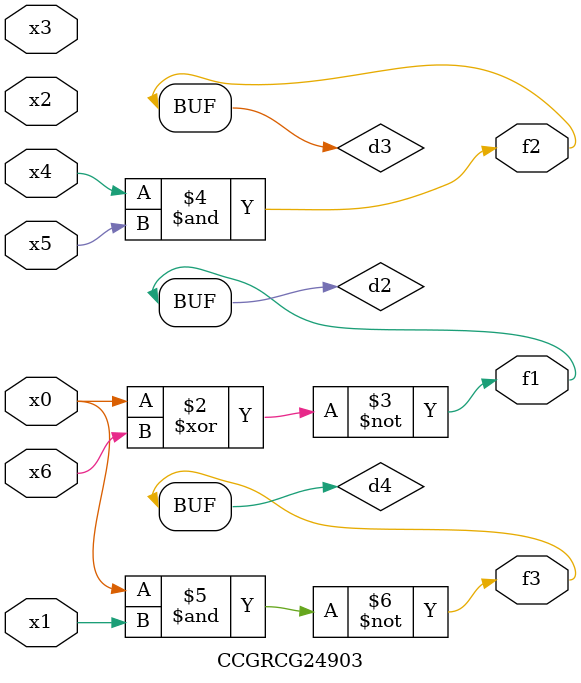
<source format=v>
module CCGRCG24903(
	input x0, x1, x2, x3, x4, x5, x6,
	output f1, f2, f3
);

	wire d1, d2, d3, d4;

	nor (d1, x0);
	xnor (d2, x0, x6);
	and (d3, x4, x5);
	nand (d4, x0, x1);
	assign f1 = d2;
	assign f2 = d3;
	assign f3 = d4;
endmodule

</source>
